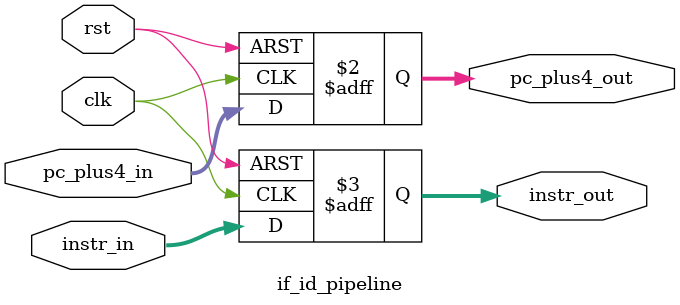
<source format=v>
module if_id_pipeline (
    input  wire        clk,
    input  wire        rst,
    input  wire [31:0] pc_plus4_in,
    input  wire [31:0] instr_in,
    output reg  [31:0] pc_plus4_out,
    output reg  [31:0] instr_out
);

    always @(posedge clk or posedge rst)
    begin

        if (rst) begin
            pc_plus4_out <= 32'd0;
            instr_out   <= 32'd0;end 
        else begin
            pc_plus4_out <= pc_plus4_in;
            instr_out   <= instr_in;
        end
    end

endmodule


</source>
